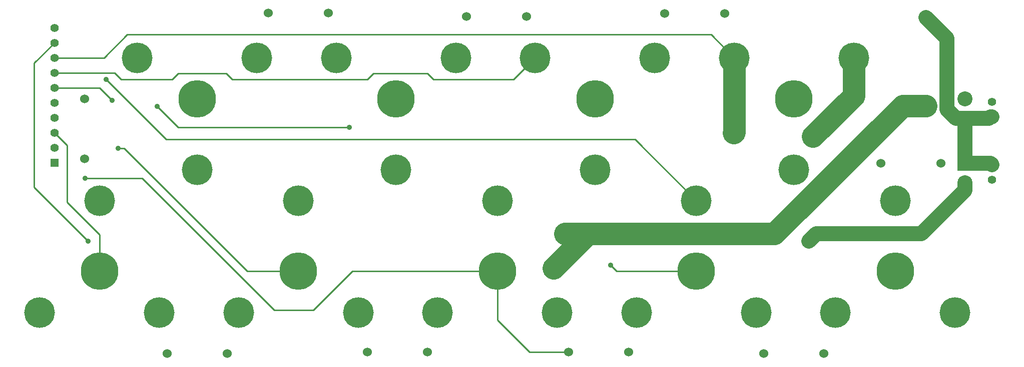
<source format=gbl>
G04 (created by PCBNEW (2013-05-31 BZR 4019)-stable) date 4/29/2014 5:18:13 PM*
%MOIN*%
G04 Gerber Fmt 3.4, Leading zero omitted, Abs format*
%FSLAX34Y34*%
G01*
G70*
G90*
G04 APERTURE LIST*
%ADD10C,0.00393701*%
%ADD11C,0.0708661*%
%ADD12R,0.1X0.1*%
%ADD13C,0.1*%
%ADD14R,0.055X0.055*%
%ADD15C,0.055*%
%ADD16C,0.25*%
%ADD17C,0.204724*%
%ADD18C,0.06*%
%ADD19C,0.035*%
%ADD20C,0.1*%
%ADD21C,0.01*%
%ADD22C,0.15*%
G04 APERTURE END LIST*
G54D10*
G54D11*
X77800Y-24047D03*
X77800Y-29952D03*
G54D12*
X80400Y-30800D03*
G54D13*
X80400Y-29500D03*
G54D12*
X80400Y-33800D03*
G54D13*
X80400Y-35100D03*
G54D14*
X19750Y-33750D03*
G54D15*
X19750Y-32750D03*
X19750Y-31750D03*
X19750Y-30750D03*
X19750Y-29750D03*
X19750Y-28750D03*
X19750Y-27750D03*
X19750Y-26750D03*
X19750Y-25750D03*
X19750Y-24750D03*
G54D16*
X49250Y-41000D03*
G54D17*
X53226Y-43755D03*
X45273Y-43755D03*
X49250Y-36275D03*
G54D16*
X36000Y-41000D03*
G54D17*
X39976Y-43755D03*
X32023Y-43755D03*
X36000Y-36275D03*
G54D16*
X22750Y-41000D03*
G54D17*
X26726Y-43755D03*
X18773Y-43755D03*
X22750Y-36275D03*
G54D16*
X29250Y-29500D03*
G54D17*
X25273Y-26744D03*
X33226Y-26744D03*
X29250Y-34224D03*
G54D16*
X42500Y-29500D03*
G54D17*
X38523Y-26744D03*
X46476Y-26744D03*
X42500Y-34224D03*
G54D16*
X55750Y-29500D03*
G54D17*
X51773Y-26744D03*
X59726Y-26744D03*
X55750Y-34224D03*
G54D16*
X69000Y-29500D03*
G54D17*
X65023Y-26744D03*
X72976Y-26744D03*
X69000Y-34224D03*
G54D16*
X75750Y-41000D03*
G54D17*
X79726Y-43755D03*
X71773Y-43755D03*
X75750Y-36275D03*
G54D16*
X62500Y-41000D03*
G54D17*
X66476Y-43755D03*
X58523Y-43755D03*
X62500Y-36275D03*
G54D18*
X54000Y-46400D03*
X58000Y-46400D03*
X44600Y-46400D03*
X40600Y-46400D03*
X31250Y-46500D03*
X27250Y-46500D03*
X21750Y-33500D03*
X21750Y-29500D03*
X34000Y-23750D03*
X38000Y-23750D03*
X60400Y-23800D03*
X64400Y-23800D03*
X74800Y-33800D03*
X78800Y-33800D03*
X71000Y-46500D03*
X67000Y-46500D03*
X47200Y-24000D03*
X51200Y-24000D03*
G54D14*
X82200Y-30700D03*
G54D15*
X82200Y-29700D03*
G54D14*
X82200Y-33900D03*
G54D15*
X82200Y-34900D03*
G54D19*
X22000Y-39000D03*
X56800Y-40600D03*
X70250Y-32000D03*
X65000Y-31750D03*
X39400Y-31400D03*
X26600Y-30000D03*
X23600Y-29600D03*
X24000Y-32800D03*
X21800Y-34800D03*
X53000Y-40800D03*
X53750Y-38500D03*
X23200Y-28200D03*
X70000Y-39000D03*
X71250Y-38500D03*
G54D20*
X80400Y-33800D02*
X82100Y-33800D01*
X82100Y-33800D02*
X82200Y-33900D01*
X82200Y-30700D02*
X82100Y-30700D01*
X82000Y-30800D02*
X80400Y-30800D01*
X82100Y-30700D02*
X82000Y-30800D01*
X80400Y-30800D02*
X79800Y-30800D01*
X79200Y-25447D02*
X77800Y-24047D01*
X79200Y-30200D02*
X79200Y-25447D01*
X79800Y-30800D02*
X79200Y-30200D01*
X80400Y-33800D02*
X80400Y-30800D01*
G54D21*
X62500Y-41000D02*
X57200Y-41000D01*
X18400Y-27100D02*
X19750Y-25750D01*
X18400Y-35400D02*
X18400Y-27100D01*
X22000Y-39000D02*
X18400Y-35400D01*
X57200Y-41000D02*
X56800Y-40600D01*
X19750Y-26750D02*
X23050Y-26750D01*
X63479Y-25200D02*
X65023Y-26744D01*
X24600Y-25200D02*
X63479Y-25200D01*
X23050Y-26750D02*
X24600Y-25200D01*
G54D22*
X72976Y-29273D02*
X72976Y-26744D01*
X70250Y-32000D02*
X72976Y-29273D01*
X65023Y-31726D02*
X65023Y-26744D01*
X65000Y-31750D02*
X65023Y-31726D01*
G54D21*
X19750Y-28750D02*
X22750Y-28750D01*
X28000Y-31400D02*
X39400Y-31400D01*
X26600Y-30000D02*
X28000Y-31400D01*
X22750Y-28750D02*
X23600Y-29600D01*
X22750Y-41000D02*
X22750Y-38550D01*
X20600Y-32600D02*
X19750Y-31750D01*
X20600Y-36400D02*
X20600Y-32600D01*
X22750Y-38550D02*
X20600Y-36400D01*
X32600Y-41000D02*
X36000Y-41000D01*
X24400Y-32800D02*
X32600Y-41000D01*
X24000Y-32800D02*
X24400Y-32800D01*
X54000Y-46400D02*
X51400Y-46400D01*
X49250Y-44250D02*
X49250Y-41000D01*
X51400Y-46400D02*
X49250Y-44250D01*
X39600Y-41000D02*
X49250Y-41000D01*
X37000Y-43600D02*
X39600Y-41000D01*
X34400Y-43600D02*
X37000Y-43600D01*
X25600Y-34800D02*
X34400Y-43600D01*
X21800Y-34800D02*
X25600Y-34800D01*
G54D22*
X55300Y-38500D02*
X55400Y-38500D01*
X53000Y-40800D02*
X55300Y-38500D01*
X77800Y-29952D02*
X76247Y-29952D01*
X67700Y-38500D02*
X55400Y-38500D01*
X76247Y-29952D02*
X67700Y-38500D01*
X55400Y-38500D02*
X53750Y-38500D01*
G54D20*
X80400Y-35100D02*
X80400Y-35600D01*
X80400Y-35600D02*
X77500Y-38500D01*
X77500Y-38500D02*
X71250Y-38500D01*
G54D21*
X58424Y-32200D02*
X62500Y-36275D01*
X27200Y-32200D02*
X58424Y-32200D01*
X23200Y-28200D02*
X27200Y-32200D01*
G54D20*
X70500Y-38500D02*
X71250Y-38500D01*
X70000Y-39000D02*
X70500Y-38500D01*
G54D21*
X19750Y-27750D02*
X23750Y-27750D01*
X50317Y-28200D02*
X51773Y-26744D01*
X45000Y-28200D02*
X50317Y-28200D01*
X44600Y-27800D02*
X45000Y-28200D01*
X41000Y-27800D02*
X44600Y-27800D01*
X40600Y-28200D02*
X41000Y-27800D01*
X31600Y-28200D02*
X40600Y-28200D01*
X31200Y-27800D02*
X31600Y-28200D01*
X28000Y-27800D02*
X31200Y-27800D01*
X27600Y-28200D02*
X28000Y-27800D01*
X24200Y-28200D02*
X27600Y-28200D01*
X23750Y-27750D02*
X24200Y-28200D01*
M02*

</source>
